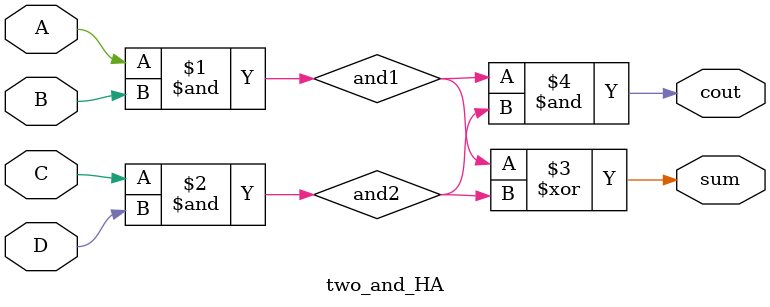
<source format=v>
`timescale 1ns / 1ps
module two_and_HA(input A,B,C,D,
    output cout ,sum
    );
wire and1,and2;
assign and1 = A&B;
assign and2 = C&D;
assign sum = and1^and2;
assign cout = (and1 & and2 );

endmodule

</source>
